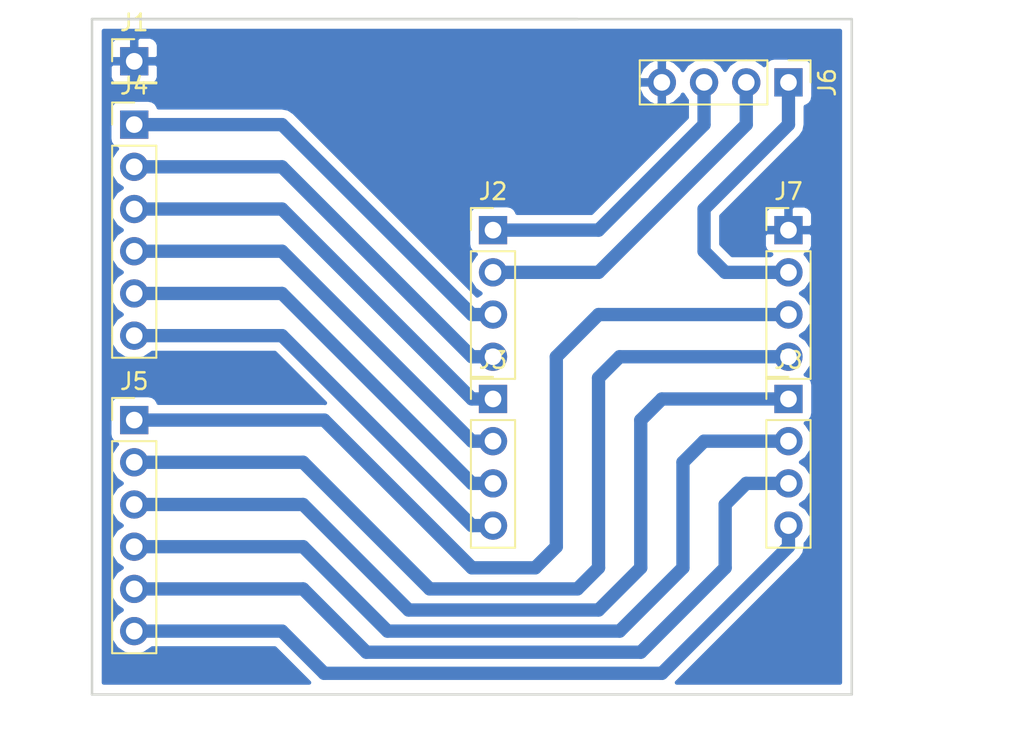
<source format=kicad_pcb>
(kicad_pcb (version 4) (host pcbnew 4.0.6)

  (general
    (links 17)
    (no_connects 0)
    (area 107.874999 65.964999 153.745001 106.755001)
    (thickness 1.6)
    (drawings 7)
    (tracks 69)
    (zones 0)
    (modules 8)
    (nets 17)
  )

  (page A4)
  (layers
    (0 F.Cu signal)
    (31 B.Cu signal)
    (32 B.Adhes user)
    (33 F.Adhes user)
    (34 B.Paste user)
    (35 F.Paste user)
    (36 B.SilkS user)
    (37 F.SilkS user)
    (38 B.Mask user)
    (39 F.Mask user)
    (40 Dwgs.User user)
    (41 Cmts.User user)
    (42 Eco1.User user)
    (43 Eco2.User user)
    (44 Edge.Cuts user)
    (45 Margin user)
    (46 B.CrtYd user)
    (47 F.CrtYd user)
    (48 B.Fab user)
    (49 F.Fab user)
  )

  (setup
    (last_trace_width 0.8)
    (trace_clearance 0.2)
    (zone_clearance 0.508)
    (zone_45_only no)
    (trace_min 0.2)
    (segment_width 0.2)
    (edge_width 0.15)
    (via_size 0.6)
    (via_drill 0.4)
    (via_min_size 0.4)
    (via_min_drill 0.3)
    (uvia_size 0.3)
    (uvia_drill 0.1)
    (uvias_allowed no)
    (uvia_min_size 0.2)
    (uvia_min_drill 0.1)
    (pcb_text_width 0.3)
    (pcb_text_size 1.5 1.5)
    (mod_edge_width 0.15)
    (mod_text_size 1 1)
    (mod_text_width 0.15)
    (pad_size 1.524 1.524)
    (pad_drill 0.762)
    (pad_to_mask_clearance 0.2)
    (aux_axis_origin 0 0)
    (visible_elements FFFFFF7F)
    (pcbplotparams
      (layerselection 0x00030_80000001)
      (usegerberextensions false)
      (excludeedgelayer true)
      (linewidth 0.100000)
      (plotframeref false)
      (viasonmask false)
      (mode 1)
      (useauxorigin false)
      (hpglpennumber 1)
      (hpglpenspeed 20)
      (hpglpendiameter 15)
      (hpglpenoverlay 2)
      (psnegative false)
      (psa4output false)
      (plotreference true)
      (plotvalue true)
      (plotinvisibletext false)
      (padsonsilk false)
      (subtractmaskfromsilk false)
      (outputformat 1)
      (mirror false)
      (drillshape 1)
      (scaleselection 1)
      (outputdirectory ""))
  )

  (net 0 "")
  (net 1 GND)
  (net 2 SCL)
  (net 3 SDA)
  (net 4 "Net-(J2-Pad3)")
  (net 5 "Net-(J2-Pad4)")
  (net 6 "Net-(J3-Pad1)")
  (net 7 "Net-(J3-Pad2)")
  (net 8 "Net-(J3-Pad3)")
  (net 9 "Net-(J3-Pad4)")
  (net 10 "Net-(J5-Pad1)")
  (net 11 "Net-(J5-Pad2)")
  (net 12 "Net-(J5-Pad3)")
  (net 13 "Net-(J5-Pad4)")
  (net 14 "Net-(J5-Pad5)")
  (net 15 "Net-(J5-Pad6)")
  (net 16 5V)

  (net_class Default "This is the default net class."
    (clearance 0.2)
    (trace_width 0.8)
    (via_dia 0.6)
    (via_drill 0.4)
    (uvia_dia 0.3)
    (uvia_drill 0.1)
    (add_net 5V)
    (add_net GND)
    (add_net "Net-(J2-Pad3)")
    (add_net "Net-(J2-Pad4)")
    (add_net "Net-(J3-Pad1)")
    (add_net "Net-(J3-Pad2)")
    (add_net "Net-(J3-Pad3)")
    (add_net "Net-(J3-Pad4)")
    (add_net "Net-(J5-Pad1)")
    (add_net "Net-(J5-Pad2)")
    (add_net "Net-(J5-Pad3)")
    (add_net "Net-(J5-Pad4)")
    (add_net "Net-(J5-Pad5)")
    (add_net "Net-(J5-Pad6)")
    (add_net SCL)
    (add_net SDA)
  )

  (module Pin_Headers:Pin_Header_Straight_1x01_Pitch2.54mm (layer F.Cu) (tedit 59650532) (tstamp 5977BBDF)
    (at 110.49 68.58)
    (descr "Through hole straight pin header, 1x01, 2.54mm pitch, single row")
    (tags "Through hole pin header THT 1x01 2.54mm single row")
    (path /5977CC17)
    (fp_text reference J1 (at 0 -2.33) (layer F.SilkS)
      (effects (font (size 1 1) (thickness 0.15)))
    )
    (fp_text value CONN_01X01_FEMALE (at 0 2.33) (layer F.Fab)
      (effects (font (size 1 1) (thickness 0.15)))
    )
    (fp_line (start -0.635 -1.27) (end 1.27 -1.27) (layer F.Fab) (width 0.1))
    (fp_line (start 1.27 -1.27) (end 1.27 1.27) (layer F.Fab) (width 0.1))
    (fp_line (start 1.27 1.27) (end -1.27 1.27) (layer F.Fab) (width 0.1))
    (fp_line (start -1.27 1.27) (end -1.27 -0.635) (layer F.Fab) (width 0.1))
    (fp_line (start -1.27 -0.635) (end -0.635 -1.27) (layer F.Fab) (width 0.1))
    (fp_line (start -1.33 1.33) (end 1.33 1.33) (layer F.SilkS) (width 0.12))
    (fp_line (start -1.33 1.27) (end -1.33 1.33) (layer F.SilkS) (width 0.12))
    (fp_line (start 1.33 1.27) (end 1.33 1.33) (layer F.SilkS) (width 0.12))
    (fp_line (start -1.33 1.27) (end 1.33 1.27) (layer F.SilkS) (width 0.12))
    (fp_line (start -1.33 0) (end -1.33 -1.33) (layer F.SilkS) (width 0.12))
    (fp_line (start -1.33 -1.33) (end 0 -1.33) (layer F.SilkS) (width 0.12))
    (fp_line (start -1.8 -1.8) (end -1.8 1.8) (layer F.CrtYd) (width 0.05))
    (fp_line (start -1.8 1.8) (end 1.8 1.8) (layer F.CrtYd) (width 0.05))
    (fp_line (start 1.8 1.8) (end 1.8 -1.8) (layer F.CrtYd) (width 0.05))
    (fp_line (start 1.8 -1.8) (end -1.8 -1.8) (layer F.CrtYd) (width 0.05))
    (fp_text user %R (at 0 0 90) (layer F.Fab)
      (effects (font (size 1 1) (thickness 0.15)))
    )
    (pad 1 thru_hole rect (at 0 0) (size 1.7 1.7) (drill 1) (layers *.Cu *.Mask)
      (net 1 GND))
    (model ${KISYS3DMOD}/Pin_Headers.3dshapes/Pin_Header_Straight_1x01_Pitch2.54mm.wrl
      (at (xyz 0 0 0))
      (scale (xyz 1 1 1))
      (rotate (xyz 0 0 0))
    )
  )

  (module Pin_Headers:Pin_Header_Straight_1x04_Pitch2.54mm (layer F.Cu) (tedit 59650532) (tstamp 5977BBE7)
    (at 132.08 78.74)
    (descr "Through hole straight pin header, 1x04, 2.54mm pitch, single row")
    (tags "Through hole pin header THT 1x04 2.54mm single row")
    (path /5977C71F)
    (fp_text reference J2 (at 0 -2.33) (layer F.SilkS)
      (effects (font (size 1 1) (thickness 0.15)))
    )
    (fp_text value CONN_01X04_FEMALE (at 0 9.95) (layer F.Fab)
      (effects (font (size 1 1) (thickness 0.15)))
    )
    (fp_line (start -0.635 -1.27) (end 1.27 -1.27) (layer F.Fab) (width 0.1))
    (fp_line (start 1.27 -1.27) (end 1.27 8.89) (layer F.Fab) (width 0.1))
    (fp_line (start 1.27 8.89) (end -1.27 8.89) (layer F.Fab) (width 0.1))
    (fp_line (start -1.27 8.89) (end -1.27 -0.635) (layer F.Fab) (width 0.1))
    (fp_line (start -1.27 -0.635) (end -0.635 -1.27) (layer F.Fab) (width 0.1))
    (fp_line (start -1.33 8.95) (end 1.33 8.95) (layer F.SilkS) (width 0.12))
    (fp_line (start -1.33 1.27) (end -1.33 8.95) (layer F.SilkS) (width 0.12))
    (fp_line (start 1.33 1.27) (end 1.33 8.95) (layer F.SilkS) (width 0.12))
    (fp_line (start -1.33 1.27) (end 1.33 1.27) (layer F.SilkS) (width 0.12))
    (fp_line (start -1.33 0) (end -1.33 -1.33) (layer F.SilkS) (width 0.12))
    (fp_line (start -1.33 -1.33) (end 0 -1.33) (layer F.SilkS) (width 0.12))
    (fp_line (start -1.8 -1.8) (end -1.8 9.4) (layer F.CrtYd) (width 0.05))
    (fp_line (start -1.8 9.4) (end 1.8 9.4) (layer F.CrtYd) (width 0.05))
    (fp_line (start 1.8 9.4) (end 1.8 -1.8) (layer F.CrtYd) (width 0.05))
    (fp_line (start 1.8 -1.8) (end -1.8 -1.8) (layer F.CrtYd) (width 0.05))
    (fp_text user %R (at 0 3.81 90) (layer F.Fab)
      (effects (font (size 1 1) (thickness 0.15)))
    )
    (pad 1 thru_hole rect (at 0 0) (size 1.7 1.7) (drill 1) (layers *.Cu *.Mask)
      (net 2 SCL))
    (pad 2 thru_hole oval (at 0 2.54) (size 1.7 1.7) (drill 1) (layers *.Cu *.Mask)
      (net 3 SDA))
    (pad 3 thru_hole oval (at 0 5.08) (size 1.7 1.7) (drill 1) (layers *.Cu *.Mask)
      (net 4 "Net-(J2-Pad3)"))
    (pad 4 thru_hole oval (at 0 7.62) (size 1.7 1.7) (drill 1) (layers *.Cu *.Mask)
      (net 5 "Net-(J2-Pad4)"))
    (model ${KISYS3DMOD}/Pin_Headers.3dshapes/Pin_Header_Straight_1x04_Pitch2.54mm.wrl
      (at (xyz 0 0 0))
      (scale (xyz 1 1 1))
      (rotate (xyz 0 0 0))
    )
  )

  (module Pin_Headers:Pin_Header_Straight_1x04_Pitch2.54mm (layer F.Cu) (tedit 59650532) (tstamp 5977BBEF)
    (at 132.08 88.9)
    (descr "Through hole straight pin header, 1x04, 2.54mm pitch, single row")
    (tags "Through hole pin header THT 1x04 2.54mm single row")
    (path /5977C798)
    (fp_text reference J3 (at 0 -2.33) (layer F.SilkS)
      (effects (font (size 1 1) (thickness 0.15)))
    )
    (fp_text value CONN_01X04_FEMALE (at 0 9.95) (layer F.Fab)
      (effects (font (size 1 1) (thickness 0.15)))
    )
    (fp_line (start -0.635 -1.27) (end 1.27 -1.27) (layer F.Fab) (width 0.1))
    (fp_line (start 1.27 -1.27) (end 1.27 8.89) (layer F.Fab) (width 0.1))
    (fp_line (start 1.27 8.89) (end -1.27 8.89) (layer F.Fab) (width 0.1))
    (fp_line (start -1.27 8.89) (end -1.27 -0.635) (layer F.Fab) (width 0.1))
    (fp_line (start -1.27 -0.635) (end -0.635 -1.27) (layer F.Fab) (width 0.1))
    (fp_line (start -1.33 8.95) (end 1.33 8.95) (layer F.SilkS) (width 0.12))
    (fp_line (start -1.33 1.27) (end -1.33 8.95) (layer F.SilkS) (width 0.12))
    (fp_line (start 1.33 1.27) (end 1.33 8.95) (layer F.SilkS) (width 0.12))
    (fp_line (start -1.33 1.27) (end 1.33 1.27) (layer F.SilkS) (width 0.12))
    (fp_line (start -1.33 0) (end -1.33 -1.33) (layer F.SilkS) (width 0.12))
    (fp_line (start -1.33 -1.33) (end 0 -1.33) (layer F.SilkS) (width 0.12))
    (fp_line (start -1.8 -1.8) (end -1.8 9.4) (layer F.CrtYd) (width 0.05))
    (fp_line (start -1.8 9.4) (end 1.8 9.4) (layer F.CrtYd) (width 0.05))
    (fp_line (start 1.8 9.4) (end 1.8 -1.8) (layer F.CrtYd) (width 0.05))
    (fp_line (start 1.8 -1.8) (end -1.8 -1.8) (layer F.CrtYd) (width 0.05))
    (fp_text user %R (at 0 3.81 90) (layer F.Fab)
      (effects (font (size 1 1) (thickness 0.15)))
    )
    (pad 1 thru_hole rect (at 0 0) (size 1.7 1.7) (drill 1) (layers *.Cu *.Mask)
      (net 6 "Net-(J3-Pad1)"))
    (pad 2 thru_hole oval (at 0 2.54) (size 1.7 1.7) (drill 1) (layers *.Cu *.Mask)
      (net 7 "Net-(J3-Pad2)"))
    (pad 3 thru_hole oval (at 0 5.08) (size 1.7 1.7) (drill 1) (layers *.Cu *.Mask)
      (net 8 "Net-(J3-Pad3)"))
    (pad 4 thru_hole oval (at 0 7.62) (size 1.7 1.7) (drill 1) (layers *.Cu *.Mask)
      (net 9 "Net-(J3-Pad4)"))
    (model ${KISYS3DMOD}/Pin_Headers.3dshapes/Pin_Header_Straight_1x04_Pitch2.54mm.wrl
      (at (xyz 0 0 0))
      (scale (xyz 1 1 1))
      (rotate (xyz 0 0 0))
    )
  )

  (module Pin_Headers:Pin_Header_Straight_1x06_Pitch2.54mm (layer F.Cu) (tedit 59650532) (tstamp 5977BBF9)
    (at 110.49 72.39)
    (descr "Through hole straight pin header, 1x06, 2.54mm pitch, single row")
    (tags "Through hole pin header THT 1x06 2.54mm single row")
    (path /5977C664)
    (fp_text reference J4 (at 0 -2.33) (layer F.SilkS)
      (effects (font (size 1 1) (thickness 0.15)))
    )
    (fp_text value CONN_01X06 (at 0 15.03) (layer F.Fab)
      (effects (font (size 1 1) (thickness 0.15)))
    )
    (fp_line (start -0.635 -1.27) (end 1.27 -1.27) (layer F.Fab) (width 0.1))
    (fp_line (start 1.27 -1.27) (end 1.27 13.97) (layer F.Fab) (width 0.1))
    (fp_line (start 1.27 13.97) (end -1.27 13.97) (layer F.Fab) (width 0.1))
    (fp_line (start -1.27 13.97) (end -1.27 -0.635) (layer F.Fab) (width 0.1))
    (fp_line (start -1.27 -0.635) (end -0.635 -1.27) (layer F.Fab) (width 0.1))
    (fp_line (start -1.33 14.03) (end 1.33 14.03) (layer F.SilkS) (width 0.12))
    (fp_line (start -1.33 1.27) (end -1.33 14.03) (layer F.SilkS) (width 0.12))
    (fp_line (start 1.33 1.27) (end 1.33 14.03) (layer F.SilkS) (width 0.12))
    (fp_line (start -1.33 1.27) (end 1.33 1.27) (layer F.SilkS) (width 0.12))
    (fp_line (start -1.33 0) (end -1.33 -1.33) (layer F.SilkS) (width 0.12))
    (fp_line (start -1.33 -1.33) (end 0 -1.33) (layer F.SilkS) (width 0.12))
    (fp_line (start -1.8 -1.8) (end -1.8 14.5) (layer F.CrtYd) (width 0.05))
    (fp_line (start -1.8 14.5) (end 1.8 14.5) (layer F.CrtYd) (width 0.05))
    (fp_line (start 1.8 14.5) (end 1.8 -1.8) (layer F.CrtYd) (width 0.05))
    (fp_line (start 1.8 -1.8) (end -1.8 -1.8) (layer F.CrtYd) (width 0.05))
    (fp_text user %R (at 0 6.35 90) (layer F.Fab)
      (effects (font (size 1 1) (thickness 0.15)))
    )
    (pad 1 thru_hole rect (at 0 0) (size 1.7 1.7) (drill 1) (layers *.Cu *.Mask)
      (net 4 "Net-(J2-Pad3)"))
    (pad 2 thru_hole oval (at 0 2.54) (size 1.7 1.7) (drill 1) (layers *.Cu *.Mask)
      (net 5 "Net-(J2-Pad4)"))
    (pad 3 thru_hole oval (at 0 5.08) (size 1.7 1.7) (drill 1) (layers *.Cu *.Mask)
      (net 6 "Net-(J3-Pad1)"))
    (pad 4 thru_hole oval (at 0 7.62) (size 1.7 1.7) (drill 1) (layers *.Cu *.Mask)
      (net 7 "Net-(J3-Pad2)"))
    (pad 5 thru_hole oval (at 0 10.16) (size 1.7 1.7) (drill 1) (layers *.Cu *.Mask)
      (net 8 "Net-(J3-Pad3)"))
    (pad 6 thru_hole oval (at 0 12.7) (size 1.7 1.7) (drill 1) (layers *.Cu *.Mask)
      (net 9 "Net-(J3-Pad4)"))
    (model ${KISYS3DMOD}/Pin_Headers.3dshapes/Pin_Header_Straight_1x06_Pitch2.54mm.wrl
      (at (xyz 0 0 0))
      (scale (xyz 1 1 1))
      (rotate (xyz 0 0 0))
    )
  )

  (module Pin_Headers:Pin_Header_Straight_1x06_Pitch2.54mm (layer F.Cu) (tedit 59650532) (tstamp 5977BC03)
    (at 110.49 90.17)
    (descr "Through hole straight pin header, 1x06, 2.54mm pitch, single row")
    (tags "Through hole pin header THT 1x06 2.54mm single row")
    (path /5977C5C6)
    (fp_text reference J5 (at 0 -2.33) (layer F.SilkS)
      (effects (font (size 1 1) (thickness 0.15)))
    )
    (fp_text value CONN_01X06 (at 0 15.03) (layer F.Fab)
      (effects (font (size 1 1) (thickness 0.15)))
    )
    (fp_line (start -0.635 -1.27) (end 1.27 -1.27) (layer F.Fab) (width 0.1))
    (fp_line (start 1.27 -1.27) (end 1.27 13.97) (layer F.Fab) (width 0.1))
    (fp_line (start 1.27 13.97) (end -1.27 13.97) (layer F.Fab) (width 0.1))
    (fp_line (start -1.27 13.97) (end -1.27 -0.635) (layer F.Fab) (width 0.1))
    (fp_line (start -1.27 -0.635) (end -0.635 -1.27) (layer F.Fab) (width 0.1))
    (fp_line (start -1.33 14.03) (end 1.33 14.03) (layer F.SilkS) (width 0.12))
    (fp_line (start -1.33 1.27) (end -1.33 14.03) (layer F.SilkS) (width 0.12))
    (fp_line (start 1.33 1.27) (end 1.33 14.03) (layer F.SilkS) (width 0.12))
    (fp_line (start -1.33 1.27) (end 1.33 1.27) (layer F.SilkS) (width 0.12))
    (fp_line (start -1.33 0) (end -1.33 -1.33) (layer F.SilkS) (width 0.12))
    (fp_line (start -1.33 -1.33) (end 0 -1.33) (layer F.SilkS) (width 0.12))
    (fp_line (start -1.8 -1.8) (end -1.8 14.5) (layer F.CrtYd) (width 0.05))
    (fp_line (start -1.8 14.5) (end 1.8 14.5) (layer F.CrtYd) (width 0.05))
    (fp_line (start 1.8 14.5) (end 1.8 -1.8) (layer F.CrtYd) (width 0.05))
    (fp_line (start 1.8 -1.8) (end -1.8 -1.8) (layer F.CrtYd) (width 0.05))
    (fp_text user %R (at 0 6.35 90) (layer F.Fab)
      (effects (font (size 1 1) (thickness 0.15)))
    )
    (pad 1 thru_hole rect (at 0 0) (size 1.7 1.7) (drill 1) (layers *.Cu *.Mask)
      (net 10 "Net-(J5-Pad1)"))
    (pad 2 thru_hole oval (at 0 2.54) (size 1.7 1.7) (drill 1) (layers *.Cu *.Mask)
      (net 11 "Net-(J5-Pad2)"))
    (pad 3 thru_hole oval (at 0 5.08) (size 1.7 1.7) (drill 1) (layers *.Cu *.Mask)
      (net 12 "Net-(J5-Pad3)"))
    (pad 4 thru_hole oval (at 0 7.62) (size 1.7 1.7) (drill 1) (layers *.Cu *.Mask)
      (net 13 "Net-(J5-Pad4)"))
    (pad 5 thru_hole oval (at 0 10.16) (size 1.7 1.7) (drill 1) (layers *.Cu *.Mask)
      (net 14 "Net-(J5-Pad5)"))
    (pad 6 thru_hole oval (at 0 12.7) (size 1.7 1.7) (drill 1) (layers *.Cu *.Mask)
      (net 15 "Net-(J5-Pad6)"))
    (model ${KISYS3DMOD}/Pin_Headers.3dshapes/Pin_Header_Straight_1x06_Pitch2.54mm.wrl
      (at (xyz 0 0 0))
      (scale (xyz 1 1 1))
      (rotate (xyz 0 0 0))
    )
  )

  (module Pin_Headers:Pin_Header_Straight_1x04_Pitch2.54mm (layer F.Cu) (tedit 59650532) (tstamp 5977BC0B)
    (at 149.86 69.85 270)
    (descr "Through hole straight pin header, 1x04, 2.54mm pitch, single row")
    (tags "Through hole pin header THT 1x04 2.54mm single row")
    (path /5977C7ED)
    (fp_text reference J6 (at 0 -2.33 270) (layer F.SilkS)
      (effects (font (size 1 1) (thickness 0.15)))
    )
    (fp_text value CONN_01X04 (at 0 9.95 270) (layer F.Fab)
      (effects (font (size 1 1) (thickness 0.15)))
    )
    (fp_line (start -0.635 -1.27) (end 1.27 -1.27) (layer F.Fab) (width 0.1))
    (fp_line (start 1.27 -1.27) (end 1.27 8.89) (layer F.Fab) (width 0.1))
    (fp_line (start 1.27 8.89) (end -1.27 8.89) (layer F.Fab) (width 0.1))
    (fp_line (start -1.27 8.89) (end -1.27 -0.635) (layer F.Fab) (width 0.1))
    (fp_line (start -1.27 -0.635) (end -0.635 -1.27) (layer F.Fab) (width 0.1))
    (fp_line (start -1.33 8.95) (end 1.33 8.95) (layer F.SilkS) (width 0.12))
    (fp_line (start -1.33 1.27) (end -1.33 8.95) (layer F.SilkS) (width 0.12))
    (fp_line (start 1.33 1.27) (end 1.33 8.95) (layer F.SilkS) (width 0.12))
    (fp_line (start -1.33 1.27) (end 1.33 1.27) (layer F.SilkS) (width 0.12))
    (fp_line (start -1.33 0) (end -1.33 -1.33) (layer F.SilkS) (width 0.12))
    (fp_line (start -1.33 -1.33) (end 0 -1.33) (layer F.SilkS) (width 0.12))
    (fp_line (start -1.8 -1.8) (end -1.8 9.4) (layer F.CrtYd) (width 0.05))
    (fp_line (start -1.8 9.4) (end 1.8 9.4) (layer F.CrtYd) (width 0.05))
    (fp_line (start 1.8 9.4) (end 1.8 -1.8) (layer F.CrtYd) (width 0.05))
    (fp_line (start 1.8 -1.8) (end -1.8 -1.8) (layer F.CrtYd) (width 0.05))
    (fp_text user %R (at 0 3.81 360) (layer F.Fab)
      (effects (font (size 1 1) (thickness 0.15)))
    )
    (pad 1 thru_hole rect (at 0 0 270) (size 1.7 1.7) (drill 1) (layers *.Cu *.Mask)
      (net 16 5V))
    (pad 2 thru_hole oval (at 0 2.54 270) (size 1.7 1.7) (drill 1) (layers *.Cu *.Mask)
      (net 3 SDA))
    (pad 3 thru_hole oval (at 0 5.08 270) (size 1.7 1.7) (drill 1) (layers *.Cu *.Mask)
      (net 2 SCL))
    (pad 4 thru_hole oval (at 0 7.62 270) (size 1.7 1.7) (drill 1) (layers *.Cu *.Mask)
      (net 1 GND))
    (model ${KISYS3DMOD}/Pin_Headers.3dshapes/Pin_Header_Straight_1x04_Pitch2.54mm.wrl
      (at (xyz 0 0 0))
      (scale (xyz 1 1 1))
      (rotate (xyz 0 0 0))
    )
  )

  (module Pin_Headers:Pin_Header_Straight_1x04_Pitch2.54mm (layer F.Cu) (tedit 59650532) (tstamp 5977BC13)
    (at 149.86 78.74)
    (descr "Through hole straight pin header, 1x04, 2.54mm pitch, single row")
    (tags "Through hole pin header THT 1x04 2.54mm single row")
    (path /5977C6A3)
    (fp_text reference J7 (at 0 -2.33) (layer F.SilkS)
      (effects (font (size 1 1) (thickness 0.15)))
    )
    (fp_text value CONN_01X04_FEMALE (at 0 9.95) (layer F.Fab)
      (effects (font (size 1 1) (thickness 0.15)))
    )
    (fp_line (start -0.635 -1.27) (end 1.27 -1.27) (layer F.Fab) (width 0.1))
    (fp_line (start 1.27 -1.27) (end 1.27 8.89) (layer F.Fab) (width 0.1))
    (fp_line (start 1.27 8.89) (end -1.27 8.89) (layer F.Fab) (width 0.1))
    (fp_line (start -1.27 8.89) (end -1.27 -0.635) (layer F.Fab) (width 0.1))
    (fp_line (start -1.27 -0.635) (end -0.635 -1.27) (layer F.Fab) (width 0.1))
    (fp_line (start -1.33 8.95) (end 1.33 8.95) (layer F.SilkS) (width 0.12))
    (fp_line (start -1.33 1.27) (end -1.33 8.95) (layer F.SilkS) (width 0.12))
    (fp_line (start 1.33 1.27) (end 1.33 8.95) (layer F.SilkS) (width 0.12))
    (fp_line (start -1.33 1.27) (end 1.33 1.27) (layer F.SilkS) (width 0.12))
    (fp_line (start -1.33 0) (end -1.33 -1.33) (layer F.SilkS) (width 0.12))
    (fp_line (start -1.33 -1.33) (end 0 -1.33) (layer F.SilkS) (width 0.12))
    (fp_line (start -1.8 -1.8) (end -1.8 9.4) (layer F.CrtYd) (width 0.05))
    (fp_line (start -1.8 9.4) (end 1.8 9.4) (layer F.CrtYd) (width 0.05))
    (fp_line (start 1.8 9.4) (end 1.8 -1.8) (layer F.CrtYd) (width 0.05))
    (fp_line (start 1.8 -1.8) (end -1.8 -1.8) (layer F.CrtYd) (width 0.05))
    (fp_text user %R (at 0 3.81 90) (layer F.Fab)
      (effects (font (size 1 1) (thickness 0.15)))
    )
    (pad 1 thru_hole rect (at 0 0) (size 1.7 1.7) (drill 1) (layers *.Cu *.Mask)
      (net 1 GND))
    (pad 2 thru_hole oval (at 0 2.54) (size 1.7 1.7) (drill 1) (layers *.Cu *.Mask)
      (net 16 5V))
    (pad 3 thru_hole oval (at 0 5.08) (size 1.7 1.7) (drill 1) (layers *.Cu *.Mask)
      (net 10 "Net-(J5-Pad1)"))
    (pad 4 thru_hole oval (at 0 7.62) (size 1.7 1.7) (drill 1) (layers *.Cu *.Mask)
      (net 11 "Net-(J5-Pad2)"))
    (model ${KISYS3DMOD}/Pin_Headers.3dshapes/Pin_Header_Straight_1x04_Pitch2.54mm.wrl
      (at (xyz 0 0 0))
      (scale (xyz 1 1 1))
      (rotate (xyz 0 0 0))
    )
  )

  (module Pin_Headers:Pin_Header_Straight_1x04_Pitch2.54mm (layer F.Cu) (tedit 59650532) (tstamp 5977BC1B)
    (at 149.86 88.9)
    (descr "Through hole straight pin header, 1x04, 2.54mm pitch, single row")
    (tags "Through hole pin header THT 1x04 2.54mm single row")
    (path /5977C6EA)
    (fp_text reference J8 (at 0 -2.33) (layer F.SilkS)
      (effects (font (size 1 1) (thickness 0.15)))
    )
    (fp_text value CONN_01X04_FEMALE (at 0 9.95) (layer F.Fab)
      (effects (font (size 1 1) (thickness 0.15)))
    )
    (fp_line (start -0.635 -1.27) (end 1.27 -1.27) (layer F.Fab) (width 0.1))
    (fp_line (start 1.27 -1.27) (end 1.27 8.89) (layer F.Fab) (width 0.1))
    (fp_line (start 1.27 8.89) (end -1.27 8.89) (layer F.Fab) (width 0.1))
    (fp_line (start -1.27 8.89) (end -1.27 -0.635) (layer F.Fab) (width 0.1))
    (fp_line (start -1.27 -0.635) (end -0.635 -1.27) (layer F.Fab) (width 0.1))
    (fp_line (start -1.33 8.95) (end 1.33 8.95) (layer F.SilkS) (width 0.12))
    (fp_line (start -1.33 1.27) (end -1.33 8.95) (layer F.SilkS) (width 0.12))
    (fp_line (start 1.33 1.27) (end 1.33 8.95) (layer F.SilkS) (width 0.12))
    (fp_line (start -1.33 1.27) (end 1.33 1.27) (layer F.SilkS) (width 0.12))
    (fp_line (start -1.33 0) (end -1.33 -1.33) (layer F.SilkS) (width 0.12))
    (fp_line (start -1.33 -1.33) (end 0 -1.33) (layer F.SilkS) (width 0.12))
    (fp_line (start -1.8 -1.8) (end -1.8 9.4) (layer F.CrtYd) (width 0.05))
    (fp_line (start -1.8 9.4) (end 1.8 9.4) (layer F.CrtYd) (width 0.05))
    (fp_line (start 1.8 9.4) (end 1.8 -1.8) (layer F.CrtYd) (width 0.05))
    (fp_line (start 1.8 -1.8) (end -1.8 -1.8) (layer F.CrtYd) (width 0.05))
    (fp_text user %R (at 0 3.81 90) (layer F.Fab)
      (effects (font (size 1 1) (thickness 0.15)))
    )
    (pad 1 thru_hole rect (at 0 0) (size 1.7 1.7) (drill 1) (layers *.Cu *.Mask)
      (net 12 "Net-(J5-Pad3)"))
    (pad 2 thru_hole oval (at 0 2.54) (size 1.7 1.7) (drill 1) (layers *.Cu *.Mask)
      (net 13 "Net-(J5-Pad4)"))
    (pad 3 thru_hole oval (at 0 5.08) (size 1.7 1.7) (drill 1) (layers *.Cu *.Mask)
      (net 14 "Net-(J5-Pad5)"))
    (pad 4 thru_hole oval (at 0 7.62) (size 1.7 1.7) (drill 1) (layers *.Cu *.Mask)
      (net 15 "Net-(J5-Pad6)"))
    (model ${KISYS3DMOD}/Pin_Headers.3dshapes/Pin_Header_Straight_1x04_Pitch2.54mm.wrl
      (at (xyz 0 0 0))
      (scale (xyz 1 1 1))
      (rotate (xyz 0 0 0))
    )
  )

  (dimension 40.64 (width 0.3) (layer Eco1.User)
    (gr_text "40.640 mm" (at 161.37 86.36 90) (layer Eco1.User)
      (effects (font (size 1.5 1.5) (thickness 0.3)))
    )
    (feature1 (pts (xy 153.67 66.04) (xy 162.72 66.04)))
    (feature2 (pts (xy 153.67 106.68) (xy 162.72 106.68)))
    (crossbar (pts (xy 160.02 106.68) (xy 160.02 66.04)))
    (arrow1a (pts (xy 160.02 66.04) (xy 160.606421 67.166504)))
    (arrow1b (pts (xy 160.02 66.04) (xy 159.433579 67.166504)))
    (arrow2a (pts (xy 160.02 106.68) (xy 160.606421 105.553496)))
    (arrow2b (pts (xy 160.02 106.68) (xy 159.433579 105.553496)))
  )
  (gr_line (start 107.95 66.04) (end 107.95 106.68) (angle 90) (layer Edge.Cuts) (width 0.15))
  (gr_line (start 153.67 106.68) (end 153.67 66.04) (angle 90) (layer Edge.Cuts) (width 0.15))
  (gr_line (start 107.95 66.04) (end 137.16 66.04) (angle 90) (layer Edge.Cuts) (width 0.15))
  (gr_line (start 153.67 66.04) (end 107.95 66.04) (angle 90) (layer Edge.Cuts) (width 0.15))
  (dimension 45.72 (width 0.3) (layer Eco1.User)
    (gr_text "45.720 mm" (at 130.81 110.57) (layer Eco1.User)
      (effects (font (size 1.5 1.5) (thickness 0.3)))
    )
    (feature1 (pts (xy 153.67 106.68) (xy 153.67 111.92)))
    (feature2 (pts (xy 107.95 106.68) (xy 107.95 111.92)))
    (crossbar (pts (xy 107.95 109.22) (xy 153.67 109.22)))
    (arrow1a (pts (xy 153.67 109.22) (xy 152.543496 109.806421)))
    (arrow1b (pts (xy 153.67 109.22) (xy 152.543496 108.633579)))
    (arrow2a (pts (xy 107.95 109.22) (xy 109.076504 109.806421)))
    (arrow2b (pts (xy 107.95 109.22) (xy 109.076504 108.633579)))
  )
  (gr_line (start 153.67 106.68) (end 107.95 106.68) (angle 90) (layer Edge.Cuts) (width 0.15))

  (segment (start 144.78 69.85) (end 144.78 72.39) (width 0.8) (layer B.Cu) (net 2) (status 400000))
  (segment (start 138.43 78.74) (end 132.08 78.74) (width 0.8) (layer B.Cu) (net 2) (tstamp 5977C164) (status 800000))
  (segment (start 144.78 72.39) (end 138.43 78.74) (width 0.8) (layer B.Cu) (net 2) (tstamp 5977C163))
  (segment (start 147.32 69.85) (end 147.32 72.39) (width 0.8) (layer B.Cu) (net 3) (status 400000))
  (segment (start 138.43 81.28) (end 132.08 81.28) (width 0.8) (layer B.Cu) (net 3) (tstamp 5977C15E) (status 800000))
  (segment (start 147.32 72.39) (end 138.43 81.28) (width 0.8) (layer B.Cu) (net 3) (tstamp 5977C15D))
  (segment (start 132.08 83.82) (end 130.81 83.82) (width 0.8) (layer B.Cu) (net 4))
  (segment (start 119.38 72.39) (end 110.49 72.39) (width 0.8) (layer B.Cu) (net 4) (tstamp 5977BFED))
  (segment (start 130.81 83.82) (end 119.38 72.39) (width 0.8) (layer B.Cu) (net 4) (tstamp 5977BFEC))
  (segment (start 132.08 86.36) (end 130.81 86.36) (width 0.8) (layer B.Cu) (net 5))
  (segment (start 119.38 74.93) (end 110.49 74.93) (width 0.8) (layer B.Cu) (net 5) (tstamp 5977BFF4))
  (segment (start 130.81 86.36) (end 119.38 74.93) (width 0.8) (layer B.Cu) (net 5) (tstamp 5977BFF3))
  (segment (start 132.08 88.9) (end 130.81 88.9) (width 0.8) (layer B.Cu) (net 6))
  (segment (start 119.38 77.47) (end 110.49 77.47) (width 0.8) (layer B.Cu) (net 6) (tstamp 5977BFF9))
  (segment (start 130.81 88.9) (end 119.38 77.47) (width 0.8) (layer B.Cu) (net 6) (tstamp 5977BFF8))
  (segment (start 132.08 91.44) (end 130.81 91.44) (width 0.8) (layer B.Cu) (net 7))
  (segment (start 119.38 80.01) (end 110.49 80.01) (width 0.8) (layer B.Cu) (net 7) (tstamp 5977C010))
  (segment (start 130.81 91.44) (end 119.38 80.01) (width 0.8) (layer B.Cu) (net 7) (tstamp 5977C00E))
  (segment (start 132.08 93.98) (end 130.81 93.98) (width 0.8) (layer B.Cu) (net 8))
  (segment (start 119.38 82.55) (end 110.49 82.55) (width 0.8) (layer B.Cu) (net 8) (tstamp 5977C01B))
  (segment (start 130.81 93.98) (end 119.38 82.55) (width 0.8) (layer B.Cu) (net 8) (tstamp 5977C017))
  (segment (start 132.08 96.52) (end 130.81 96.52) (width 0.8) (layer B.Cu) (net 9))
  (segment (start 119.38 85.09) (end 110.49 85.09) (width 0.8) (layer B.Cu) (net 9) (tstamp 5977C023))
  (segment (start 130.81 96.52) (end 119.38 85.09) (width 0.8) (layer B.Cu) (net 9) (tstamp 5977C021))
  (segment (start 110.49 90.17) (end 121.92 90.17) (width 0.8) (layer B.Cu) (net 10))
  (segment (start 138.43 83.82) (end 149.86 83.82) (width 0.8) (layer B.Cu) (net 10) (tstamp 5977C040))
  (segment (start 135.89 86.36) (end 138.43 83.82) (width 0.8) (layer B.Cu) (net 10) (tstamp 5977C03F))
  (segment (start 135.89 97.79) (end 135.89 86.36) (width 0.8) (layer B.Cu) (net 10) (tstamp 5977C038))
  (segment (start 134.62 99.06) (end 135.89 97.79) (width 0.8) (layer B.Cu) (net 10) (tstamp 5977C035))
  (segment (start 130.81 99.06) (end 134.62 99.06) (width 0.8) (layer B.Cu) (net 10) (tstamp 5977C033))
  (segment (start 121.92 90.17) (end 130.81 99.06) (width 0.8) (layer B.Cu) (net 10) (tstamp 5977C032))
  (segment (start 149.86 86.36) (end 139.7 86.36) (width 0.8) (layer B.Cu) (net 11))
  (segment (start 120.65 92.71) (end 110.49 92.71) (width 0.8) (layer B.Cu) (net 11) (tstamp 5977C057))
  (segment (start 128.27 100.33) (end 120.65 92.71) (width 0.8) (layer B.Cu) (net 11) (tstamp 5977C053))
  (segment (start 137.16 100.33) (end 128.27 100.33) (width 0.8) (layer B.Cu) (net 11) (tstamp 5977C04F))
  (segment (start 138.43 99.06) (end 137.16 100.33) (width 0.8) (layer B.Cu) (net 11) (tstamp 5977C04C))
  (segment (start 138.43 87.63) (end 138.43 99.06) (width 0.8) (layer B.Cu) (net 11) (tstamp 5977C04B))
  (segment (start 139.7 86.36) (end 138.43 87.63) (width 0.8) (layer B.Cu) (net 11) (tstamp 5977C04A))
  (segment (start 110.49 95.25) (end 120.65 95.25) (width 0.8) (layer B.Cu) (net 12))
  (segment (start 142.24 88.9) (end 149.86 88.9) (width 0.8) (layer B.Cu) (net 12) (tstamp 5977C079))
  (segment (start 140.97 90.17) (end 142.24 88.9) (width 0.8) (layer B.Cu) (net 12) (tstamp 5977C070))
  (segment (start 140.97 99.06) (end 140.97 90.17) (width 0.8) (layer B.Cu) (net 12) (tstamp 5977C06E))
  (segment (start 138.43 101.6) (end 140.97 99.06) (width 0.8) (layer B.Cu) (net 12) (tstamp 5977C06B))
  (segment (start 127 101.6) (end 138.43 101.6) (width 0.8) (layer B.Cu) (net 12) (tstamp 5977C063))
  (segment (start 120.65 95.25) (end 127 101.6) (width 0.8) (layer B.Cu) (net 12) (tstamp 5977C061))
  (segment (start 110.49 97.79) (end 120.65 97.79) (width 0.8) (layer B.Cu) (net 13))
  (segment (start 144.78 91.44) (end 149.86 91.44) (width 0.8) (layer B.Cu) (net 13) (tstamp 5977C095))
  (segment (start 143.51 92.71) (end 144.78 91.44) (width 0.8) (layer B.Cu) (net 13) (tstamp 5977C094))
  (segment (start 143.51 99.06) (end 143.51 92.71) (width 0.8) (layer B.Cu) (net 13) (tstamp 5977C092))
  (segment (start 139.7 102.87) (end 143.51 99.06) (width 0.8) (layer B.Cu) (net 13) (tstamp 5977C08C))
  (segment (start 125.73 102.87) (end 139.7 102.87) (width 0.8) (layer B.Cu) (net 13) (tstamp 5977C087))
  (segment (start 120.65 97.79) (end 125.73 102.87) (width 0.8) (layer B.Cu) (net 13) (tstamp 5977C086))
  (segment (start 110.49 100.33) (end 120.65 100.33) (width 0.8) (layer B.Cu) (net 14))
  (segment (start 147.32 93.98) (end 149.86 93.98) (width 0.8) (layer B.Cu) (net 14) (tstamp 5977C0A4))
  (segment (start 146.05 95.25) (end 147.32 93.98) (width 0.8) (layer B.Cu) (net 14) (tstamp 5977C0A3))
  (segment (start 146.05 99.06) (end 146.05 95.25) (width 0.8) (layer B.Cu) (net 14) (tstamp 5977C09C))
  (segment (start 140.97 104.14) (end 146.05 99.06) (width 0.8) (layer B.Cu) (net 14) (tstamp 5977C09A))
  (segment (start 124.46 104.14) (end 140.97 104.14) (width 0.8) (layer B.Cu) (net 14) (tstamp 5977C099))
  (segment (start 120.65 100.33) (end 124.46 104.14) (width 0.8) (layer B.Cu) (net 14) (tstamp 5977C098))
  (segment (start 110.49 102.87) (end 119.38 102.87) (width 0.8) (layer B.Cu) (net 15))
  (segment (start 149.86 97.79) (end 149.86 96.52) (width 0.8) (layer B.Cu) (net 15) (tstamp 5977C0B2))
  (segment (start 142.24 105.41) (end 149.86 97.79) (width 0.8) (layer B.Cu) (net 15) (tstamp 5977C0AF))
  (segment (start 121.92 105.41) (end 142.24 105.41) (width 0.8) (layer B.Cu) (net 15) (tstamp 5977C0AC))
  (segment (start 119.38 102.87) (end 121.92 105.41) (width 0.8) (layer B.Cu) (net 15) (tstamp 5977C0A8))
  (segment (start 149.86 69.85) (end 149.86 72.39) (width 0.8) (layer B.Cu) (net 16) (status 400000))
  (segment (start 146.05 81.28) (end 149.86 81.28) (width 0.8) (layer B.Cu) (net 16) (tstamp 5977C15A) (status 800000))
  (segment (start 144.78 80.01) (end 146.05 81.28) (width 0.8) (layer B.Cu) (net 16) (tstamp 5977C159))
  (segment (start 144.78 77.47) (end 144.78 80.01) (width 0.8) (layer B.Cu) (net 16) (tstamp 5977C158))
  (segment (start 149.86 72.39) (end 144.78 77.47) (width 0.8) (layer B.Cu) (net 16) (tstamp 5977C153))

  (zone (net 1) (net_name GND) (layer B.Cu) (tstamp 5977C0EB) (hatch edge 0.508)
    (connect_pads (clearance 0.508))
    (min_thickness 0.254)
    (fill yes (arc_segments 16) (thermal_gap 0.508) (thermal_bridge_width 0.508))
    (polygon
      (pts
        (xy 153.67 106.68) (xy 107.95 106.68) (xy 107.95 66.04) (xy 153.67 66.04)
      )
    )
    (filled_polygon
      (pts
        (xy 152.96 105.97) (xy 143.143712 105.97) (xy 150.591853 98.521858) (xy 150.591856 98.521856) (xy 150.726349 98.320571)
        (xy 150.816215 98.186078) (xy 150.895 97.79) (xy 150.895 97.599552) (xy 150.939147 97.570054) (xy 151.261054 97.088285)
        (xy 151.374093 96.52) (xy 151.261054 95.951715) (xy 150.939147 95.469946) (xy 150.609974 95.25) (xy 150.939147 95.030054)
        (xy 151.261054 94.548285) (xy 151.374093 93.98) (xy 151.261054 93.411715) (xy 150.939147 92.929946) (xy 150.609974 92.71)
        (xy 150.939147 92.490054) (xy 151.261054 92.008285) (xy 151.374093 91.44) (xy 151.261054 90.871715) (xy 150.939147 90.389946)
        (xy 150.897548 90.36215) (xy 150.945317 90.353162) (xy 151.161441 90.21409) (xy 151.306431 90.00189) (xy 151.35744 89.75)
        (xy 151.35744 88.05) (xy 151.313162 87.814683) (xy 151.17409 87.598559) (xy 150.96189 87.453569) (xy 150.894459 87.439914)
        (xy 150.939147 87.410054) (xy 151.261054 86.928285) (xy 151.374093 86.36) (xy 151.261054 85.791715) (xy 150.939147 85.309946)
        (xy 150.609974 85.09) (xy 150.939147 84.870054) (xy 151.261054 84.388285) (xy 151.374093 83.82) (xy 151.261054 83.251715)
        (xy 150.939147 82.769946) (xy 150.609974 82.55) (xy 150.939147 82.330054) (xy 151.261054 81.848285) (xy 151.374093 81.28)
        (xy 151.261054 80.711715) (xy 150.939147 80.229946) (xy 150.895223 80.200597) (xy 151.069698 80.128327) (xy 151.248327 79.949699)
        (xy 151.345 79.71631) (xy 151.345 79.02575) (xy 151.18625 78.867) (xy 149.987 78.867) (xy 149.987 78.887)
        (xy 149.733 78.887) (xy 149.733 78.867) (xy 148.53375 78.867) (xy 148.375 79.02575) (xy 148.375 79.71631)
        (xy 148.471673 79.949699) (xy 148.650302 80.128327) (xy 148.824777 80.200597) (xy 148.780853 80.229946) (xy 148.770794 80.245)
        (xy 146.478711 80.245) (xy 145.815 79.581288) (xy 145.815 77.898712) (xy 145.950021 77.76369) (xy 148.375 77.76369)
        (xy 148.375 78.45425) (xy 148.53375 78.613) (xy 149.733 78.613) (xy 149.733 77.41375) (xy 149.987 77.41375)
        (xy 149.987 78.613) (xy 151.18625 78.613) (xy 151.345 78.45425) (xy 151.345 77.76369) (xy 151.248327 77.530301)
        (xy 151.069698 77.351673) (xy 150.836309 77.255) (xy 150.14575 77.255) (xy 149.987 77.41375) (xy 149.733 77.41375)
        (xy 149.57425 77.255) (xy 148.883691 77.255) (xy 148.650302 77.351673) (xy 148.471673 77.530301) (xy 148.375 77.76369)
        (xy 145.950021 77.76369) (xy 150.591853 73.121858) (xy 150.591856 73.121856) (xy 150.816215 72.786077) (xy 150.895001 72.39)
        (xy 150.895 72.389995) (xy 150.895 71.31263) (xy 150.945317 71.303162) (xy 151.161441 71.16409) (xy 151.306431 70.95189)
        (xy 151.35744 70.7) (xy 151.35744 69) (xy 151.313162 68.764683) (xy 151.17409 68.548559) (xy 150.96189 68.403569)
        (xy 150.71 68.35256) (xy 149.01 68.35256) (xy 148.774683 68.396838) (xy 148.558559 68.53591) (xy 148.413569 68.74811)
        (xy 148.399914 68.815541) (xy 148.370054 68.770853) (xy 147.888285 68.448946) (xy 147.32 68.335907) (xy 146.751715 68.448946)
        (xy 146.269946 68.770853) (xy 146.05 69.100026) (xy 145.830054 68.770853) (xy 145.348285 68.448946) (xy 144.78 68.335907)
        (xy 144.211715 68.448946) (xy 143.729946 68.770853) (xy 143.502298 69.111553) (xy 143.435183 68.968642) (xy 143.006924 68.578355)
        (xy 142.59689 68.408524) (xy 142.367 68.529845) (xy 142.367 69.723) (xy 142.387 69.723) (xy 142.387 69.977)
        (xy 142.367 69.977) (xy 142.367 71.170155) (xy 142.59689 71.291476) (xy 143.006924 71.121645) (xy 143.435183 70.731358)
        (xy 143.502298 70.588447) (xy 143.729946 70.929147) (xy 143.745 70.939206) (xy 143.745 71.961289) (xy 138.001288 77.705)
        (xy 133.54263 77.705) (xy 133.533162 77.654683) (xy 133.39409 77.438559) (xy 133.18189 77.293569) (xy 132.93 77.24256)
        (xy 131.23 77.24256) (xy 130.994683 77.286838) (xy 130.778559 77.42591) (xy 130.633569 77.63811) (xy 130.58256 77.89)
        (xy 130.58256 79.59) (xy 130.626838 79.825317) (xy 130.76591 80.041441) (xy 130.97811 80.186431) (xy 131.045541 80.200086)
        (xy 131.000853 80.229946) (xy 130.678946 80.711715) (xy 130.565907 81.28) (xy 130.678946 81.848285) (xy 131.000853 82.330054)
        (xy 131.330026 82.55) (xy 131.134415 82.680703) (xy 120.111856 71.658144) (xy 119.776077 71.433785) (xy 119.38 71.354999)
        (xy 119.379995 71.355) (xy 111.95263 71.355) (xy 111.943162 71.304683) (xy 111.80409 71.088559) (xy 111.59189 70.943569)
        (xy 111.34 70.89256) (xy 109.64 70.89256) (xy 109.404683 70.936838) (xy 109.188559 71.07591) (xy 109.043569 71.28811)
        (xy 108.99256 71.54) (xy 108.99256 73.24) (xy 109.036838 73.475317) (xy 109.17591 73.691441) (xy 109.38811 73.836431)
        (xy 109.455541 73.850086) (xy 109.410853 73.879946) (xy 109.088946 74.361715) (xy 108.975907 74.93) (xy 109.088946 75.498285)
        (xy 109.410853 75.980054) (xy 109.740026 76.2) (xy 109.410853 76.419946) (xy 109.088946 76.901715) (xy 108.975907 77.47)
        (xy 109.088946 78.038285) (xy 109.410853 78.520054) (xy 109.740026 78.74) (xy 109.410853 78.959946) (xy 109.088946 79.441715)
        (xy 108.975907 80.01) (xy 109.088946 80.578285) (xy 109.410853 81.060054) (xy 109.740026 81.28) (xy 109.410853 81.499946)
        (xy 109.088946 81.981715) (xy 108.975907 82.55) (xy 109.088946 83.118285) (xy 109.410853 83.600054) (xy 109.740026 83.82)
        (xy 109.410853 84.039946) (xy 109.088946 84.521715) (xy 108.975907 85.09) (xy 109.088946 85.658285) (xy 109.410853 86.140054)
        (xy 109.892622 86.461961) (xy 110.460907 86.575) (xy 110.519093 86.575) (xy 111.087378 86.461961) (xy 111.569147 86.140054)
        (xy 111.579206 86.125) (xy 118.951288 86.125) (xy 121.971539 89.145251) (xy 121.92 89.134999) (xy 121.919995 89.135)
        (xy 111.95263 89.135) (xy 111.943162 89.084683) (xy 111.80409 88.868559) (xy 111.59189 88.723569) (xy 111.34 88.67256)
        (xy 109.64 88.67256) (xy 109.404683 88.716838) (xy 109.188559 88.85591) (xy 109.043569 89.06811) (xy 108.99256 89.32)
        (xy 108.99256 91.02) (xy 109.036838 91.255317) (xy 109.17591 91.471441) (xy 109.38811 91.616431) (xy 109.455541 91.630086)
        (xy 109.410853 91.659946) (xy 109.088946 92.141715) (xy 108.975907 92.71) (xy 109.088946 93.278285) (xy 109.410853 93.760054)
        (xy 109.740026 93.98) (xy 109.410853 94.199946) (xy 109.088946 94.681715) (xy 108.975907 95.25) (xy 109.088946 95.818285)
        (xy 109.410853 96.300054) (xy 109.740026 96.52) (xy 109.410853 96.739946) (xy 109.088946 97.221715) (xy 108.975907 97.79)
        (xy 109.088946 98.358285) (xy 109.410853 98.840054) (xy 109.740026 99.06) (xy 109.410853 99.279946) (xy 109.088946 99.761715)
        (xy 108.975907 100.33) (xy 109.088946 100.898285) (xy 109.410853 101.380054) (xy 109.740026 101.6) (xy 109.410853 101.819946)
        (xy 109.088946 102.301715) (xy 108.975907 102.87) (xy 109.088946 103.438285) (xy 109.410853 103.920054) (xy 109.892622 104.241961)
        (xy 110.460907 104.355) (xy 110.519093 104.355) (xy 111.087378 104.241961) (xy 111.569147 103.920054) (xy 111.579206 103.905)
        (xy 118.951288 103.905) (xy 121.016289 105.97) (xy 108.66 105.97) (xy 108.66 70.206892) (xy 140.798514 70.206892)
        (xy 141.044817 70.731358) (xy 141.473076 71.121645) (xy 141.88311 71.291476) (xy 142.113 71.170155) (xy 142.113 69.977)
        (xy 140.919181 69.977) (xy 140.798514 70.206892) (xy 108.66 70.206892) (xy 108.66 68.86575) (xy 109.005 68.86575)
        (xy 109.005 69.55631) (xy 109.101673 69.789699) (xy 109.280302 69.968327) (xy 109.513691 70.065) (xy 110.20425 70.065)
        (xy 110.363 69.90625) (xy 110.363 68.707) (xy 110.617 68.707) (xy 110.617 69.90625) (xy 110.77575 70.065)
        (xy 111.466309 70.065) (xy 111.699698 69.968327) (xy 111.878327 69.789699) (xy 111.975 69.55631) (xy 111.975 69.493108)
        (xy 140.798514 69.493108) (xy 140.919181 69.723) (xy 142.113 69.723) (xy 142.113 68.529845) (xy 141.88311 68.408524)
        (xy 141.473076 68.578355) (xy 141.044817 68.968642) (xy 140.798514 69.493108) (xy 111.975 69.493108) (xy 111.975 68.86575)
        (xy 111.81625 68.707) (xy 110.617 68.707) (xy 110.363 68.707) (xy 109.16375 68.707) (xy 109.005 68.86575)
        (xy 108.66 68.86575) (xy 108.66 67.60369) (xy 109.005 67.60369) (xy 109.005 68.29425) (xy 109.16375 68.453)
        (xy 110.363 68.453) (xy 110.363 67.25375) (xy 110.617 67.25375) (xy 110.617 68.453) (xy 111.81625 68.453)
        (xy 111.975 68.29425) (xy 111.975 67.60369) (xy 111.878327 67.370301) (xy 111.699698 67.191673) (xy 111.466309 67.095)
        (xy 110.77575 67.095) (xy 110.617 67.25375) (xy 110.363 67.25375) (xy 110.20425 67.095) (xy 109.513691 67.095)
        (xy 109.280302 67.191673) (xy 109.101673 67.370301) (xy 109.005 67.60369) (xy 108.66 67.60369) (xy 108.66 66.75)
        (xy 152.96 66.75)
      )
    )
  )
)

</source>
